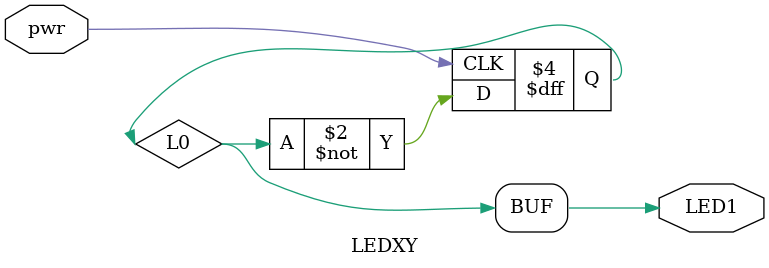
<source format=v>
module KEYY(          //модуль ключа+счетчик
input wire KEY1,
input wire FPGA_clk,
output reg flag_light
);

reg [24:0] cnt;
wire f_flag_light;

initial begin

cnt = 'd0;

end

assign f_flag_light = (cnt >= 25'h0A98AC7) ? (1'b1) : (1'b0);

always @(posedge FPGA_clk) begin 
	flag_light <= f_flag_light;
end

//always @(posedge FPGA_clk) begin 
//	if(cnt >= 28'h00005F5E100)begin
//		flag_light <= 1'b1;
//	end
//	else begin
//		flag_light <= 1'b0;
//	end
//end

always @(posedge FPGA_clk) begin : COUNTER_inst
	if (KEY1 == 1'b0)  begin
	    if(cnt < {25{1'b1}} )begin
				cnt <= cnt +'d1;
	    end else begin
				cnt <= cnt;
		 end
	end else begin
		cnt <= 'd0;
	end
end 

endmodule

module LEDXY(             //модуль лампочки
input wire pwr,
output wire LED1
);

reg L0;
initial begin
 L0 = 1'b1;
end

assign LED1 = L0;//r_led

always@(posedge pwr)begin
	L0 <= ~L0;
end

endmodule


</source>
